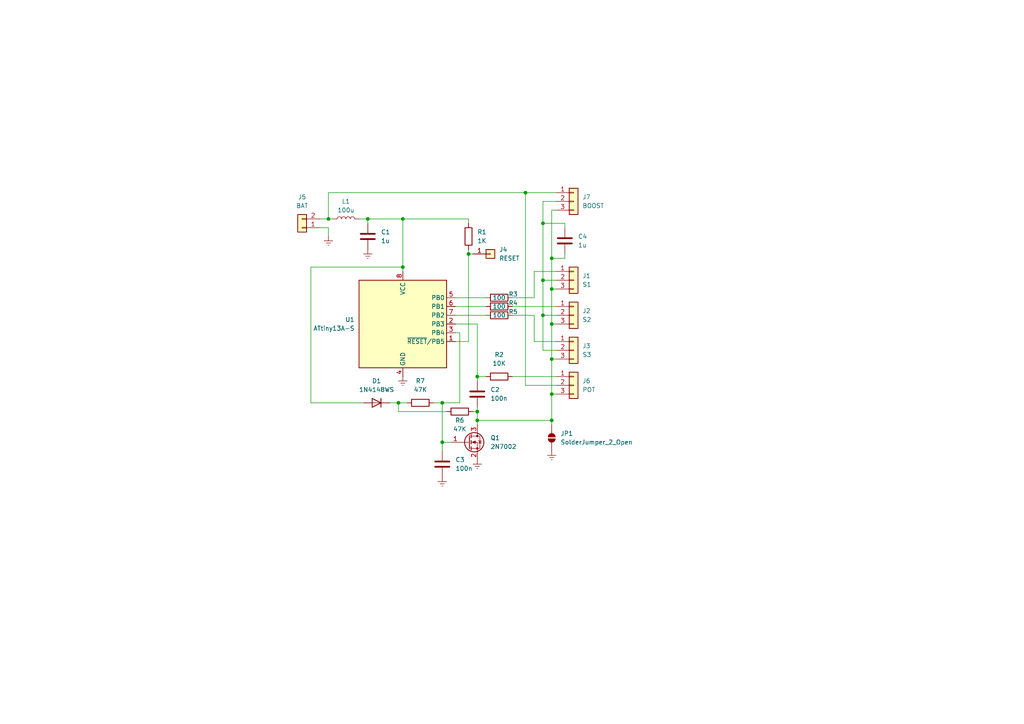
<source format=kicad_sch>
(kicad_sch (version 20231120) (generator "eeschema") (generator_version "8.0")
  (paper "A4")
  (lib_symbols
    (symbol "Connector_Generic:Conn_01x01" (pin_names (offset 1.016) hide)
      (property "Reference" "J" (at 0 2.54 0))
      (property "Value" "Conn_01x01" (at 0 -2.54 0))
      (symbol "Conn_01x01_1_1"
        (rectangle (start -1.27 0.127) (end 0 -0.127) (stroke (width 0.1524)))
        (rectangle (start -1.27 1.27) (end 1.27 -1.27) (stroke (width 0.254)) (fill (type background)))
        (pin passive line (at -5.08 0 0) (length 3.81) (name "Pin_1") (number "1"))
      )
    )
    (symbol "Connector_Generic:Conn_01x02" (pin_names (offset 1.016) hide)
      (property "Reference" "J" (at 0 2.54 0))
      (property "Value" "Conn_01x02" (at 0 -5.08 0))
      (symbol "Conn_01x02_1_1"
        (rectangle (start -1.27 -2.413) (end 0 -2.667) (stroke (width 0.1524)))
        (rectangle (start -1.27 0.127) (end 0 -0.127) (stroke (width 0.1524)))
        (rectangle (start -1.27 1.27) (end 1.27 -3.81) (stroke (width 0.254)) (fill (type background)))
        (pin passive line (at -5.08 0 0) (length 3.81) (name "Pin_1") (number "1"))
        (pin passive line (at -5.08 -2.54 0) (length 3.81) (name "Pin_2") (number "2"))
      )
    )
    (symbol "Connector_Generic:Conn_01x03" (pin_names (offset 1.016) hide)
      (property "Reference" "J" (at 0 5.08 0))
      (property "Value" "Conn_01x03" (at 0 -5.08 0))
      (symbol "Conn_01x03_1_1"
        (rectangle (start -1.27 -2.413) (end 0 -2.667) (stroke (width 0.1524)))
        (rectangle (start -1.27 0.127) (end 0 -0.127) (stroke (width 0.1524)))
        (rectangle (start -1.27 2.667) (end 0 2.413) (stroke (width 0.1524)))
        (rectangle (start -1.27 3.81) (end 1.27 -3.81) (stroke (width 0.254)) (fill (type background)))
        (pin passive line (at -5.08 2.54 0) (length 3.81) (name "Pin_1") (number "1"))
        (pin passive line (at -5.08 0 0) (length 3.81) (name "Pin_2") (number "2"))
        (pin passive line (at -5.08 -2.54 0) (length 3.81) (name "Pin_3") (number "3"))
      )
    )
    (symbol "Device:C" (pin_numbers hide) (pin_names (offset 0.254))
      (property "Reference" "C" (at 0.635 2.54 0))
      (property "Value" "C" (at 0.635 -2.54 0))
      (symbol "C_0_1"
        (polyline (pts (xy -2.032 -0.762) (xy 2.032 -0.762)) (stroke (width 0.508)))
        (polyline (pts (xy -2.032 0.762) (xy 2.032 0.762)) (stroke (width 0.508)))
      )
      (symbol "C_1_1"
        (pin passive line (at 0 3.81 270) (length 2.794) (name "~") (number "1"))
        (pin passive line (at 0 -3.81 90) (length 2.794) (name "~") (number "2"))
      )
    )
    (symbol "Device:L" (pin_numbers hide) (pin_names (offset 1.016) hide)
      (property "Reference" "L" (at -1.27 0 90))
      (property "Value" "L" (at 1.905 0 90))
      (symbol "L_0_1"
        (arc (start 0 -2.54) (mid 0.6323 -1.905) (end 0 -1.27))
        (arc (start 0 -1.27) (mid 0.6323 -0.635) (end 0 0))
        (arc (start 0 0) (mid 0.6323 0.635) (end 0 1.27))
        (arc (start 0 1.27) (mid 0.6323 1.905) (end 0 2.54))
      )
      (symbol "L_1_1"
        (pin passive line (at 0 3.81 270) (length 1.27) (name "1") (number "1"))
        (pin passive line (at 0 -3.81 90) (length 1.27) (name "2") (number "2"))
      )
    )
    (symbol "Device:R" (pin_numbers hide) (pin_names (offset 0))
      (property "Reference" "R" (at 2.032 0 90))
      (property "Value" "R" (at 0 0 90))
      (symbol "R_0_1"
        (rectangle (start -1.016 -2.54) (end 1.016 2.54) (stroke (width 0.254)))
      )
      (symbol "R_1_1"
        (pin passive line (at 0 3.81 270) (length 1.27) (name "~") (number "1"))
        (pin passive line (at 0 -3.81 90) (length 1.27) (name "~") (number "2"))
      )
    )
    (symbol "Diode:1N4148WS" (pin_numbers hide) (pin_names hide)
      (property "Reference" "D" (at 0 2.54 0))
      (property "Value" "1N4148WS" (at 0 -2.54 0))
      (symbol "1N4148WS_0_1"
        (polyline (pts (xy -1.27 1.27) (xy -1.27 -1.27)) (stroke (width 0.254)))
        (polyline (pts (xy 1.27 0) (xy -1.27 0)))
        (polyline (pts (xy 1.27 1.27) (xy 1.27 -1.27) (xy -1.27 0) (xy 1.27 1.27)) (stroke (width 0.254)))
      )
      (symbol "1N4148WS_1_1"
        (pin passive line (at -3.81 0 0) (length 2.54) (name "K") (number "1"))
        (pin passive line (at 3.81 0 180) (length 2.54) (name "A") (number "2"))
      )
    )
    (symbol "Jumper:SolderJumper_2_Open" (pin_numbers hide) (pin_names (offset 0) hide) (exclude_from_sim yes) (in_bom no)
      (property "Reference" "JP" (at 0 2.032 0))
      (property "Value" "SolderJumper_2_Open" (at 0 -2.54 0))
      (symbol "SolderJumper_2_Open_0_1"
        (arc (start -0.254 1.016) (mid -1.2656 0) (end -0.254 -1.016))
        (arc (start -0.254 1.016) (mid -1.2656 0) (end -0.254 -1.016) (fill (type outline)))
        (polyline (pts (xy -0.254 1.016) (xy -0.254 -1.016)))
        (polyline (pts (xy 0.254 1.016) (xy 0.254 -1.016)))
        (arc (start 0.254 -1.016) (mid 1.2656 0) (end 0.254 1.016))
        (arc (start 0.254 -1.016) (mid 1.2656 0) (end 0.254 1.016) (fill (type outline)))
      )
      (symbol "SolderJumper_2_Open_1_1"
        (pin passive line (at -3.81 0 0) (length 2.54) (name "A") (number "1"))
        (pin passive line (at 3.81 0 180) (length 2.54) (name "B") (number "2"))
      )
    )
    (symbol "MCU_Microchip_ATtiny:ATtiny13A-S"
      (property "Reference" "U" (at -12.7 13.97 0))
      (property "Value" "ATtiny13A-S" (at 2.54 -13.97 0))
      (symbol "ATtiny13A-S_0_1"
        (rectangle (start -12.7 -12.7) (end 12.7 12.7) (stroke (width 0.254)) (fill (type background)))
      )
      (symbol "ATtiny13A-S_1_1"
        (pin bidirectional line (at 15.24 -5.08 180) (length 2.54) (name "~{RESET}/PB5") (number "1"))
        (pin bidirectional line (at 15.24 0 180) (length 2.54) (name "PB3") (number "2"))
        (pin bidirectional line (at 15.24 -2.54 180) (length 2.54) (name "PB4") (number "3"))
        (pin power_in line (at 0 -15.24 90) (length 2.54) (name "GND") (number "4"))
        (pin bidirectional line (at 15.24 7.62 180) (length 2.54) (name "PB0") (number "5"))
        (pin bidirectional line (at 15.24 5.08 180) (length 2.54) (name "PB1") (number "6"))
        (pin bidirectional line (at 15.24 2.54 180) (length 2.54) (name "PB2") (number "7"))
        (pin power_in line (at 0 15.24 270) (length 2.54) (name "VCC") (number "8"))
      )
    )
    (symbol "Transistor_FET:2N7002" (pin_names hide)
      (property "Reference" "Q" (at 5.08 1.905 0))
      (property "Value" "2N7002" (at 5.08 0 0))
      (symbol "2N7002_0_1"
        (polyline (pts (xy 0.254 0) (xy -2.54 0)))
        (polyline (pts (xy 0.254 1.905) (xy 0.254 -1.905)) (stroke (width 0.254)))
        (polyline (pts (xy 0.762 -1.27) (xy 0.762 -2.286)) (stroke (width 0.254)))
        (polyline (pts (xy 0.762 0.508) (xy 0.762 -0.508)) (stroke (width 0.254)))
        (polyline (pts (xy 0.762 2.286) (xy 0.762 1.27)) (stroke (width 0.254)))
        (polyline (pts (xy 2.54 2.54) (xy 2.54 1.778)))
        (polyline (pts (xy 2.54 -2.54) (xy 2.54 0) (xy 0.762 0)))
        (polyline (pts (xy 0.762 -1.778) (xy 3.302 -1.778) (xy 3.302 1.778) (xy 0.762 1.778)))
        (polyline (pts (xy 1.016 0) (xy 2.032 0.381) (xy 2.032 -0.381) (xy 1.016 0)) (fill (type outline)))
        (polyline (pts (xy 2.794 0.508) (xy 2.921 0.381) (xy 3.683 0.381) (xy 3.81 0.254)))
        (polyline (pts (xy 3.302 0.381) (xy 2.921 -0.254) (xy 3.683 -0.254) (xy 3.302 0.381)))
        (circle (center 1.651 0) (radius 2.794) (stroke (width 0.254)))
        (circle (center 2.54 -1.778) (radius 0.254) (fill (type outline)))
        (circle (center 2.54 1.778) (radius 0.254) (fill (type outline)))
      )
      (symbol "2N7002_1_1"
        (pin input line (at -5.08 0 0) (length 2.54) (name "G") (number "1"))
        (pin passive line (at 2.54 -5.08 90) (length 2.54) (name "S") (number "2"))
        (pin passive line (at 2.54 5.08 270) (length 2.54) (name "D") (number "3"))
      )
    )
    (symbol "power:Earth" (power) (pin_numbers hide) (pin_names (offset 0) hide)
      (property "Value" "Earth" (at 0 -3.81 0))
      (symbol "Earth_0_1"
        (polyline (pts (xy -0.635 -1.905) (xy 0.635 -1.905)))
        (polyline (pts (xy -0.127 -2.54) (xy 0.127 -2.54)))
        (polyline (pts (xy 0 -1.27) (xy 0 0)))
        (polyline (pts (xy 1.27 -1.27) (xy -1.27 -1.27)))
      )
      (symbol "Earth_1_1"
        (pin power_in line (at 0 0 270) (length 0) (name "~") (number "1"))
      )
    )
  )
  (junction (at 160.02 74.93))
  (junction (at 138.43 119.38))
  (junction (at 138.43 121.92))
  (junction (at 115.57 116.84))
  (junction (at 160.02 93.98))
  (junction (at 157.48 64.77))
  (junction (at 116.84 63.5))
  (junction (at 128.27 116.84))
  (junction (at 160.02 114.3))
  (junction (at 160.02 121.92))
  (junction (at 160.02 104.14))
  (junction (at 116.84 77.47))
  (junction (at 128.27 128.27))
  (junction (at 95.25 63.5))
  (junction (at 160.02 83.82))
  (junction (at 152.4 55.88))
  (junction (at 106.68 63.5))
  (junction (at 157.48 91.44))
  (junction (at 138.43 109.22))
  (junction (at 157.48 81.28))
  (junction (at 135.89 73.66))
  (wire (pts (xy 161.29 99.06) (xy 154.94 99.06)))
  (wire (pts (xy 137.16 119.38) (xy 138.43 119.38)))
  (wire (pts (xy 161.29 83.82) (xy 160.02 83.82)))
  (wire (pts (xy 160.02 60.96) (xy 161.29 60.96)))
  (wire (pts (xy 95.25 63.5) (xy 96.52 63.5)))
  (wire (pts (xy 133.35 116.84) (xy 128.27 116.84)))
  (wire (pts (xy 160.02 74.93) (xy 160.02 60.96)))
  (wire (pts (xy 138.43 121.92) (xy 138.43 123.19)))
  (wire (pts (xy 163.83 64.77) (xy 157.48 64.77)))
  (wire (pts (xy 160.02 83.82) (xy 160.02 74.93)))
  (wire (pts (xy 132.08 91.44) (xy 140.97 91.44)))
  (wire (pts (xy 160.02 104.14) (xy 161.29 104.14)))
  (wire (pts (xy 148.59 88.9) (xy 161.29 88.9)))
  (wire (pts (xy 116.84 77.47) (xy 116.84 78.74)))
  (wire (pts (xy 161.29 101.6) (xy 157.48 101.6)))
  (wire (pts (xy 161.29 58.42) (xy 157.48 58.42)))
  (wire (pts (xy 154.94 86.36) (xy 154.94 78.74)))
  (wire (pts (xy 140.97 109.22) (xy 138.43 109.22)))
  (wire (pts (xy 154.94 99.06) (xy 154.94 91.44)))
  (wire (pts (xy 128.27 128.27) (xy 130.81 128.27)))
  (wire (pts (xy 105.41 116.84) (xy 90.17 116.84)))
  (wire (pts (xy 116.84 63.5) (xy 116.84 77.47)))
  (wire (pts (xy 152.4 55.88) (xy 152.4 111.76)))
  (wire (pts (xy 95.25 63.5) (xy 95.25 55.88)))
  (wire (pts (xy 104.14 63.5) (xy 106.68 63.5)))
  (wire (pts (xy 138.43 118.11) (xy 138.43 119.38)))
  (wire (pts (xy 115.57 119.38) (xy 129.54 119.38)))
  (wire (pts (xy 157.48 91.44) (xy 157.48 101.6)))
  (wire (pts (xy 138.43 121.92) (xy 160.02 121.92)))
  (wire (pts (xy 90.17 77.47) (xy 116.84 77.47)))
  (wire (pts (xy 163.83 66.04) (xy 163.83 64.77)))
  (wire (pts (xy 157.48 81.28) (xy 157.48 91.44)))
  (wire (pts (xy 135.89 73.66) (xy 135.89 99.06)))
  (wire (pts (xy 138.43 93.98) (xy 138.43 109.22)))
  (wire (pts (xy 152.4 111.76) (xy 161.29 111.76)))
  (wire (pts (xy 148.59 86.36) (xy 154.94 86.36)))
  (wire (pts (xy 160.02 104.14) (xy 160.02 114.3)))
  (wire (pts (xy 90.17 77.47) (xy 90.17 116.84)))
  (wire (pts (xy 157.48 58.42) (xy 157.48 64.77)))
  (wire (pts (xy 157.48 64.77) (xy 157.48 81.28)))
  (wire (pts (xy 135.89 99.06) (xy 132.08 99.06)))
  (wire (pts (xy 160.02 83.82) (xy 160.02 93.98)))
  (wire (pts (xy 132.08 88.9) (xy 140.97 88.9)))
  (wire (pts (xy 160.02 114.3) (xy 161.29 114.3)))
  (wire (pts (xy 128.27 128.27) (xy 128.27 130.81)))
  (wire (pts (xy 95.25 55.88) (xy 152.4 55.88)))
  (wire (pts (xy 138.43 93.98) (xy 132.08 93.98)))
  (wire (pts (xy 154.94 78.74) (xy 161.29 78.74)))
  (wire (pts (xy 115.57 116.84) (xy 115.57 119.38)))
  (wire (pts (xy 157.48 91.44) (xy 161.29 91.44)))
  (wire (pts (xy 113.03 116.84) (xy 115.57 116.84)))
  (wire (pts (xy 160.02 114.3) (xy 160.02 121.92)))
  (wire (pts (xy 137.16 73.66) (xy 135.89 73.66)))
  (wire (pts (xy 163.83 73.66) (xy 163.83 74.93)))
  (wire (pts (xy 138.43 119.38) (xy 138.43 121.92)))
  (wire (pts (xy 128.27 116.84) (xy 128.27 128.27)))
  (wire (pts (xy 135.89 64.77) (xy 135.89 63.5)))
  (wire (pts (xy 92.71 66.04) (xy 95.25 66.04)))
  (wire (pts (xy 160.02 74.93) (xy 163.83 74.93)))
  (wire (pts (xy 132.08 86.36) (xy 140.97 86.36)))
  (wire (pts (xy 135.89 63.5) (xy 116.84 63.5)))
  (wire (pts (xy 115.57 116.84) (xy 118.11 116.84)))
  (wire (pts (xy 95.25 66.04) (xy 95.25 68.58)))
  (wire (pts (xy 148.59 91.44) (xy 154.94 91.44)))
  (wire (pts (xy 157.48 81.28) (xy 161.29 81.28)))
  (wire (pts (xy 135.89 72.39) (xy 135.89 73.66)))
  (wire (pts (xy 148.59 109.22) (xy 161.29 109.22)))
  (wire (pts (xy 152.4 55.88) (xy 161.29 55.88)))
  (wire (pts (xy 160.02 121.92) (xy 160.02 123.19)))
  (wire (pts (xy 92.71 63.5) (xy 95.25 63.5)))
  (wire (pts (xy 106.68 63.5) (xy 106.68 64.77)))
  (wire (pts (xy 125.73 116.84) (xy 128.27 116.84)))
  (wire (pts (xy 138.43 109.22) (xy 138.43 110.49)))
  (wire (pts (xy 160.02 93.98) (xy 161.29 93.98)))
  (wire (pts (xy 132.08 96.52) (xy 133.35 96.52)))
  (wire (pts (xy 133.35 96.52) (xy 133.35 116.84)))
  (wire (pts (xy 160.02 93.98) (xy 160.02 104.14)))
  (wire (pts (xy 106.68 63.5) (xy 116.84 63.5)))
  (symbol (lib_id "power:Earth") (at 128.27 138.43 0) (unit 1)
    (property "Reference" "#PWR05" (effects (hide yes)))
    (property "Value" "Earth" (effects (hide yes)))
    (property "Description" "Power symbol creates a global label with name \"Earth\"" (effects (hide yes)))
  )
  (symbol (lib_id "Connector_Generic:Conn_01x03") (at 166.37 81.28 0) (unit 1)
    (property "Reference" "J1" (at 168.91 80.0099 0) (effects (justify left)))
    (property "Value" "S1" (at 168.91 82.5499 0) (effects (justify left)))
    (property "Description" "Generic connector, single row, 01x03, script generated (kicad-library-utils/schlib/autogen/connector/)" (effects (hide yes)))
  )
  (symbol (lib_id "Device:L") (at 100.33 63.5 90) (unit 1)
    (property "Reference" "L1" (at 100.33 58.42 90))
    (property "Value" "100u" (at 100.33 60.96 90))
    (property "Description" "Inductor" (effects (hide yes)))
  )
  (symbol (lib_id "Connector_Generic:Conn_01x01") (at 142.24 73.66 0) (unit 1)
    (property "Reference" "J4" (at 144.78 72.3899 0) (effects (justify left)))
    (property "Value" "RESET" (at 144.78 74.9299 0) (effects (justify left)))
    (property "Description" "Generic connector, single row, 01x01, script generated (kicad-library-utils/schlib/autogen/connector/)" (effects (hide yes)))
  )
  (symbol (lib_id "Device:R") (at 135.89 68.58 0) (unit 1)
    (property "Reference" "R1" (at 138.43 67.3099 0) (effects (justify left)))
    (property "Value" "1K" (at 138.43 69.8499 0) (effects (justify left)))
    (property "Description" "Resistor" (effects (hide yes)))
  )
  (symbol (lib_id "Device:R") (at 144.78 88.9 90) (unit 1)
    (property "Reference" "R4" (at 148.844 87.884 90))
    (property "Value" "100" (at 144.78 88.9 90))
    (property "Description" "Resistor" (effects (hide yes)))
  )
  (symbol (lib_id "Connector_Generic:Conn_01x03") (at 166.37 91.44 0) (unit 1)
    (property "Reference" "J2" (at 168.91 90.1699 0) (effects (justify left)))
    (property "Value" "S2" (at 168.91 92.7099 0) (effects (justify left)))
    (property "Description" "Generic connector, single row, 01x03, script generated (kicad-library-utils/schlib/autogen/connector/)" (effects (hide yes)))
  )
  (symbol (lib_id "Device:R") (at 121.92 116.84 90) (unit 1)
    (property "Reference" "R7" (at 121.92 110.49 90))
    (property "Value" "47K" (at 121.92 113.03 90))
    (property "Description" "Resistor" (effects (hide yes)))
  )
  (symbol (lib_id "Device:C") (at 106.68 68.58 0) (unit 1)
    (property "Reference" "C1" (at 110.49 67.3099 0) (effects (justify left)))
    (property "Value" "1u" (at 110.49 69.8499 0) (effects (justify left)))
    (property "Description" "Unpolarized capacitor" (effects (hide yes)))
  )
  (symbol (lib_id "Device:R") (at 144.78 91.44 90) (unit 1)
    (property "Reference" "R5" (at 148.844 90.424 90))
    (property "Value" "100" (at 144.78 91.44 90))
    (property "Description" "Resistor" (effects (hide yes)))
  )
  (symbol (lib_id "Connector_Generic:Conn_01x03") (at 166.37 58.42 0) (unit 1)
    (property "Reference" "J7" (at 168.91 57.1499 0) (effects (justify left)))
    (property "Value" "BOOST" (at 168.91 59.6899 0) (effects (justify left)))
    (property "Description" "Generic connector, single row, 01x03, script generated (kicad-library-utils/schlib/autogen/connector/)" (effects (hide yes)))
  )
  (symbol (lib_id "Diode:1N4148WS") (at 109.22 116.84 180) (unit 1)
    (property "Reference" "D1" (at 109.22 110.49 0))
    (property "Value" "1N4148WS" (at 109.22 113.03 0))
    (property "Footprint" "Diode_SMD:D_SOD-323" (effects (hide yes)))
    (property "Datasheet" "https://www.vishay.com/docs/85751/1n4148ws.pdf" (effects (hide yes)))
    (property "Description" "75V 0.15A Fast switching Diode, SOD-323" (effects (hide yes)))
    (property "Sim.Device" "D" (effects (hide yes)))
    (property "Sim.Pins" "1=K 2=A" (effects (hide yes)))
  )
  (symbol (lib_id "Device:C") (at 128.27 134.62 0) (unit 1)
    (property "Reference" "C3" (at 132.08 133.3499 0) (effects (justify left)))
    (property "Value" "100n" (at 132.08 135.8899 0) (effects (justify left)))
    (property "Description" "Unpolarized capacitor" (effects (hide yes)))
  )
  (symbol (lib_id "Device:R") (at 144.78 86.36 90) (unit 1)
    (property "Reference" "R3" (at 148.844 85.344 90))
    (property "Value" "100" (at 144.78 86.36 90))
    (property "Description" "Resistor" (effects (hide yes)))
  )
  (symbol (lib_id "Jumper:SolderJumper_2_Open") (at 160.02 127 90) (unit 1) (exclude_from_sim yes) (in_bom no)
    (property "Reference" "JP1" (at 162.56 125.7299 90) (effects (justify right)))
    (property "Value" "SolderJumper_2_Open" (at 162.56 128.2699 90) (effects (justify right)))
    (property "Description" "Solder Jumper, 2-pole, open" (effects (hide yes)))
  )
  (symbol (lib_id "Device:R") (at 144.78 109.22 90) (unit 1)
    (property "Reference" "R2" (at 144.78 102.87 90))
    (property "Value" "10K" (at 144.78 105.41 90))
    (property "Description" "Resistor" (effects (hide yes)))
  )
  (symbol (lib_id "Device:C") (at 163.83 69.85 0) (unit 1)
    (property "Reference" "C4" (at 167.64 68.5799 0) (effects (justify left)))
    (property "Value" "1u" (at 167.64 71.1199 0) (effects (justify left)))
    (property "Description" "Unpolarized capacitor" (effects (hide yes)))
  )
  (symbol (lib_id "Transistor_FET:2N7002") (at 135.89 128.27 0) (unit 1)
    (property "Reference" "Q1" (at 142.24 126.9999 0) (effects (justify left)))
    (property "Value" "2N7002" (at 142.24 129.5399 0) (effects (justify left)))
    (property "Footprint" "Package_TO_SOT_SMD:SOT-23" (effects (hide yes)))
    (property "Datasheet" "https://www.onsemi.com/pub/Collateral/NDS7002A-D.PDF" (effects (hide yes)))
    (property "Description" "0.115A Id, 60V Vds, N-Channel MOSFET, SOT-23" (effects (hide yes)))
  )
  (symbol (lib_id "Connector_Generic:Conn_01x03") (at 166.37 101.6 0) (unit 1)
    (property "Reference" "J3" (at 168.91 100.3299 0) (effects (justify left)))
    (property "Value" "S3" (at 168.91 102.8699 0) (effects (justify left)))
    (property "Description" "Generic connector, single row, 01x03, script generated (kicad-library-utils/schlib/autogen/connector/)" (effects (hide yes)))
  )
  (symbol (lib_id "Connector_Generic:Conn_01x03") (at 166.37 111.76 0) (unit 1)
    (property "Reference" "J6" (at 168.91 110.4899 0) (effects (justify left)))
    (property "Value" "POT" (at 168.91 113.0299 0) (effects (justify left)))
    (property "Description" "Generic connector, single row, 01x03, script generated (kicad-library-utils/schlib/autogen/connector/)" (effects (hide yes)))
  )
  (symbol (lib_id "power:Earth") (at 116.84 109.22 0) (unit 1)
    (property "Reference" "#PWR04" (effects (hide yes)))
    (property "Value" "Earth" (effects (hide yes)))
    (property "Description" "Power symbol creates a global label with name \"Earth\"" (effects (hide yes)))
  )
  (symbol (lib_id "Connector_Generic:Conn_01x02") (at 87.63 66.04 180) (unit 1)
    (property "Reference" "J5" (at 87.63 57.15 0))
    (property "Value" "BAT" (at 87.63 59.69 0))
    (property "Description" "Generic connector, single row, 01x02, script generated (kicad-library-utils/schlib/autogen/connector/)" (effects (hide yes)))
  )
  (symbol (lib_id "power:Earth") (at 106.68 72.39 0) (unit 1)
    (property "Reference" "#PWR02" (effects (hide yes)))
    (property "Value" "Earth" (effects (hide yes)))
    (property "Description" "Power symbol creates a global label with name \"Earth\"" (effects (hide yes)))
  )
  (symbol (lib_id "power:Earth") (at 95.25 68.58 0) (unit 1)
    (property "Reference" "#PWR03" (effects (hide yes)))
    (property "Value" "Earth" (effects (hide yes)))
    (property "Description" "Power symbol creates a global label with name \"Earth\"" (effects (hide yes)))
  )
  (symbol (lib_id "Device:R") (at 133.35 119.38 270) (mirror x) (unit 1)
    (property "Reference" "R6" (at 133.35 121.92 90))
    (property "Value" "47K" (at 133.35 124.46 90))
    (property "Description" "Resistor" (effects (hide yes)))
  )
  (symbol (lib_id "MCU_Microchip_ATtiny:ATtiny13A-S") (at 116.84 93.98 0) (unit 1)
    (property "Reference" "U1" (at 102.87 92.7099 0) (effects (justify right)))
    (property "Value" "ATtiny13A-S" (at 102.87 95.2499 0) (effects (justify right)))
    (property "Footprint" "Package_SO:SOIC-8W_5.3x5.3mm_P1.27mm" (effects (hide yes)))
    (property "Datasheet" "http://ww1.microchip.com/downloads/en/DeviceDoc/doc8126.pdf" (effects (hide yes)))
    (property "Description" "20MHz, 1kB Flash, 64B SRAM, 64B EEPROM, debugWIRE, SOIC-8W" (effects (hide yes)))
  )
  (symbol (lib_id "power:Earth") (at 138.43 133.35 0) (unit 1)
    (property "Reference" "#PWR01" (effects (hide yes)))
    (property "Value" "Earth" (effects (hide yes)))
    (property "Description" "Power symbol creates a global label with name \"Earth\"" (effects (hide yes)))
  )
  (symbol (lib_id "Device:C") (at 138.43 114.3 0) (unit 1)
    (property "Reference" "C2" (at 142.24 113.0299 0) (effects (justify left)))
    (property "Value" "100n" (at 142.24 115.5699 0) (effects (justify left)))
    (property "Description" "Unpolarized capacitor" (effects (hide yes)))
  )
  (symbol (lib_id "power:Earth") (at 160.02 130.81 0) (unit 1)
    (property "Reference" "#PWR06" (effects (hide yes)))
    (property "Value" "Earth" (effects (hide yes)))
    (property "Description" "Power symbol creates a global label with name \"Earth\"" (effects (hide yes)))
  )
)
</source>
